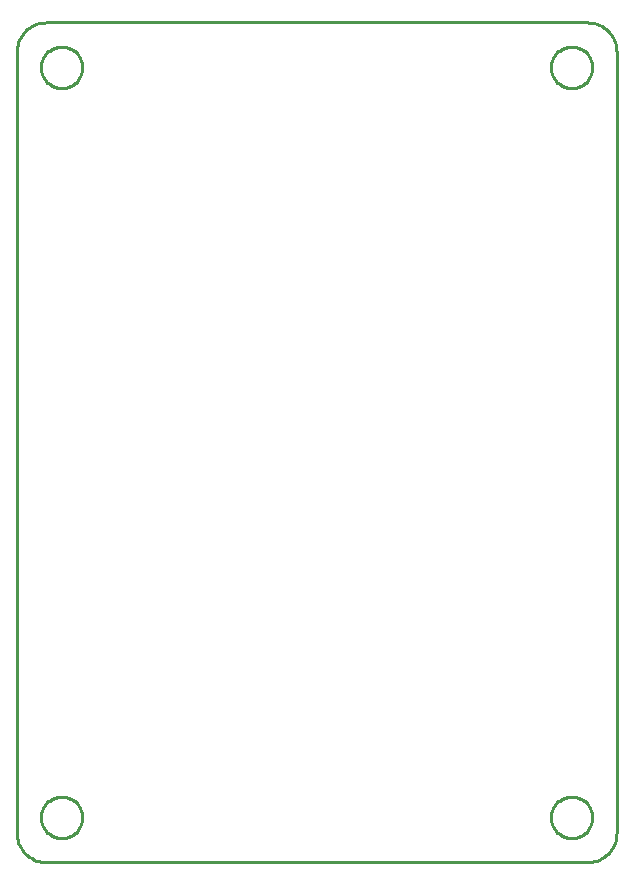
<source format=gbr>
G04 EAGLE Gerber X2 export*
%TF.Part,Single*%
%TF.FileFunction,Profile,NP*%
%TF.FilePolarity,Positive*%
%TF.GenerationSoftware,Autodesk,EAGLE,9.1.1*%
%TF.CreationDate,2018-08-07T15:37:49Z*%
G75*
%MOMM*%
%FSLAX34Y34*%
%LPD*%
%AMOC8*
5,1,8,0,0,1.08239X$1,22.5*%
G01*
%ADD10C,0.254000*%


D10*
X0Y25400D02*
X97Y23186D01*
X386Y20989D01*
X865Y18826D01*
X1532Y16713D01*
X2380Y14666D01*
X3403Y12700D01*
X4594Y10831D01*
X5942Y9073D01*
X7440Y7440D01*
X9073Y5942D01*
X10831Y4594D01*
X12700Y3403D01*
X14666Y2380D01*
X16713Y1532D01*
X18826Y865D01*
X20989Y386D01*
X23186Y97D01*
X25400Y0D01*
X482600Y0D01*
X484814Y97D01*
X487011Y386D01*
X489174Y865D01*
X491287Y1532D01*
X493335Y2380D01*
X495300Y3403D01*
X497169Y4594D01*
X498927Y5942D01*
X500561Y7440D01*
X502058Y9073D01*
X503406Y10831D01*
X504597Y12700D01*
X505620Y14666D01*
X506468Y16713D01*
X507135Y18826D01*
X507614Y20989D01*
X507903Y23186D01*
X508000Y25400D01*
X508000Y685800D01*
X507903Y688014D01*
X507614Y690211D01*
X507135Y692374D01*
X506468Y694487D01*
X505620Y696535D01*
X504597Y698500D01*
X503406Y700369D01*
X502058Y702127D01*
X500561Y703761D01*
X498927Y705258D01*
X497169Y706606D01*
X495300Y707797D01*
X493335Y708820D01*
X491287Y709668D01*
X489174Y710335D01*
X487011Y710814D01*
X484814Y711103D01*
X482600Y711200D01*
X25400Y711200D01*
X23186Y711103D01*
X20989Y710814D01*
X18826Y710335D01*
X16713Y709668D01*
X14666Y708820D01*
X12700Y707797D01*
X10831Y706606D01*
X9073Y705258D01*
X7440Y703761D01*
X5942Y702127D01*
X4594Y700369D01*
X3403Y698500D01*
X2380Y696535D01*
X1532Y694487D01*
X865Y692374D01*
X386Y690211D01*
X97Y688014D01*
X0Y685800D01*
X0Y25400D01*
X55626Y672526D02*
X55551Y671381D01*
X55401Y670244D01*
X55177Y669118D01*
X54880Y668010D01*
X54511Y666923D01*
X54072Y665863D01*
X53565Y664834D01*
X52991Y663840D01*
X52354Y662886D01*
X51655Y661976D01*
X50898Y661113D01*
X50087Y660302D01*
X49224Y659545D01*
X48314Y658846D01*
X47360Y658209D01*
X46366Y657635D01*
X45337Y657128D01*
X44277Y656689D01*
X43190Y656320D01*
X42082Y656023D01*
X40956Y655799D01*
X39819Y655649D01*
X38674Y655574D01*
X37526Y655574D01*
X36381Y655649D01*
X35244Y655799D01*
X34118Y656023D01*
X33010Y656320D01*
X31923Y656689D01*
X30863Y657128D01*
X29834Y657635D01*
X28840Y658209D01*
X27886Y658846D01*
X26976Y659545D01*
X26113Y660302D01*
X25302Y661113D01*
X24545Y661976D01*
X23846Y662886D01*
X23209Y663840D01*
X22635Y664834D01*
X22128Y665863D01*
X21689Y666923D01*
X21320Y668010D01*
X21023Y669118D01*
X20799Y670244D01*
X20649Y671381D01*
X20574Y672526D01*
X20574Y673674D01*
X20649Y674819D01*
X20799Y675956D01*
X21023Y677082D01*
X21320Y678190D01*
X21689Y679277D01*
X22128Y680337D01*
X22635Y681366D01*
X23209Y682360D01*
X23846Y683314D01*
X24545Y684224D01*
X25302Y685087D01*
X26113Y685898D01*
X26976Y686655D01*
X27886Y687354D01*
X28840Y687991D01*
X29834Y688565D01*
X30863Y689072D01*
X31923Y689511D01*
X33010Y689880D01*
X34118Y690177D01*
X35244Y690401D01*
X36381Y690551D01*
X37526Y690626D01*
X38674Y690626D01*
X39819Y690551D01*
X40956Y690401D01*
X42082Y690177D01*
X43190Y689880D01*
X44277Y689511D01*
X45337Y689072D01*
X46366Y688565D01*
X47360Y687991D01*
X48314Y687354D01*
X49224Y686655D01*
X50087Y685898D01*
X50898Y685087D01*
X51655Y684224D01*
X52354Y683314D01*
X52991Y682360D01*
X53565Y681366D01*
X54072Y680337D01*
X54511Y679277D01*
X54880Y678190D01*
X55177Y677082D01*
X55401Y675956D01*
X55551Y674819D01*
X55626Y673674D01*
X55626Y672526D01*
X487426Y672526D02*
X487351Y671381D01*
X487201Y670244D01*
X486977Y669118D01*
X486680Y668010D01*
X486311Y666923D01*
X485872Y665863D01*
X485365Y664834D01*
X484791Y663840D01*
X484154Y662886D01*
X483455Y661976D01*
X482698Y661113D01*
X481887Y660302D01*
X481024Y659545D01*
X480114Y658846D01*
X479160Y658209D01*
X478166Y657635D01*
X477137Y657128D01*
X476077Y656689D01*
X474990Y656320D01*
X473882Y656023D01*
X472756Y655799D01*
X471619Y655649D01*
X470474Y655574D01*
X469326Y655574D01*
X468181Y655649D01*
X467044Y655799D01*
X465918Y656023D01*
X464810Y656320D01*
X463723Y656689D01*
X462663Y657128D01*
X461634Y657635D01*
X460640Y658209D01*
X459686Y658846D01*
X458776Y659545D01*
X457913Y660302D01*
X457102Y661113D01*
X456345Y661976D01*
X455646Y662886D01*
X455009Y663840D01*
X454435Y664834D01*
X453928Y665863D01*
X453489Y666923D01*
X453120Y668010D01*
X452823Y669118D01*
X452599Y670244D01*
X452449Y671381D01*
X452374Y672526D01*
X452374Y673674D01*
X452449Y674819D01*
X452599Y675956D01*
X452823Y677082D01*
X453120Y678190D01*
X453489Y679277D01*
X453928Y680337D01*
X454435Y681366D01*
X455009Y682360D01*
X455646Y683314D01*
X456345Y684224D01*
X457102Y685087D01*
X457913Y685898D01*
X458776Y686655D01*
X459686Y687354D01*
X460640Y687991D01*
X461634Y688565D01*
X462663Y689072D01*
X463723Y689511D01*
X464810Y689880D01*
X465918Y690177D01*
X467044Y690401D01*
X468181Y690551D01*
X469326Y690626D01*
X470474Y690626D01*
X471619Y690551D01*
X472756Y690401D01*
X473882Y690177D01*
X474990Y689880D01*
X476077Y689511D01*
X477137Y689072D01*
X478166Y688565D01*
X479160Y687991D01*
X480114Y687354D01*
X481024Y686655D01*
X481887Y685898D01*
X482698Y685087D01*
X483455Y684224D01*
X484154Y683314D01*
X484791Y682360D01*
X485365Y681366D01*
X485872Y680337D01*
X486311Y679277D01*
X486680Y678190D01*
X486977Y677082D01*
X487201Y675956D01*
X487351Y674819D01*
X487426Y673674D01*
X487426Y672526D01*
X55626Y37526D02*
X55551Y36381D01*
X55401Y35244D01*
X55177Y34118D01*
X54880Y33010D01*
X54511Y31923D01*
X54072Y30863D01*
X53565Y29834D01*
X52991Y28840D01*
X52354Y27886D01*
X51655Y26976D01*
X50898Y26113D01*
X50087Y25302D01*
X49224Y24545D01*
X48314Y23846D01*
X47360Y23209D01*
X46366Y22635D01*
X45337Y22128D01*
X44277Y21689D01*
X43190Y21320D01*
X42082Y21023D01*
X40956Y20799D01*
X39819Y20649D01*
X38674Y20574D01*
X37526Y20574D01*
X36381Y20649D01*
X35244Y20799D01*
X34118Y21023D01*
X33010Y21320D01*
X31923Y21689D01*
X30863Y22128D01*
X29834Y22635D01*
X28840Y23209D01*
X27886Y23846D01*
X26976Y24545D01*
X26113Y25302D01*
X25302Y26113D01*
X24545Y26976D01*
X23846Y27886D01*
X23209Y28840D01*
X22635Y29834D01*
X22128Y30863D01*
X21689Y31923D01*
X21320Y33010D01*
X21023Y34118D01*
X20799Y35244D01*
X20649Y36381D01*
X20574Y37526D01*
X20574Y38674D01*
X20649Y39819D01*
X20799Y40956D01*
X21023Y42082D01*
X21320Y43190D01*
X21689Y44277D01*
X22128Y45337D01*
X22635Y46366D01*
X23209Y47360D01*
X23846Y48314D01*
X24545Y49224D01*
X25302Y50087D01*
X26113Y50898D01*
X26976Y51655D01*
X27886Y52354D01*
X28840Y52991D01*
X29834Y53565D01*
X30863Y54072D01*
X31923Y54511D01*
X33010Y54880D01*
X34118Y55177D01*
X35244Y55401D01*
X36381Y55551D01*
X37526Y55626D01*
X38674Y55626D01*
X39819Y55551D01*
X40956Y55401D01*
X42082Y55177D01*
X43190Y54880D01*
X44277Y54511D01*
X45337Y54072D01*
X46366Y53565D01*
X47360Y52991D01*
X48314Y52354D01*
X49224Y51655D01*
X50087Y50898D01*
X50898Y50087D01*
X51655Y49224D01*
X52354Y48314D01*
X52991Y47360D01*
X53565Y46366D01*
X54072Y45337D01*
X54511Y44277D01*
X54880Y43190D01*
X55177Y42082D01*
X55401Y40956D01*
X55551Y39819D01*
X55626Y38674D01*
X55626Y37526D01*
X487426Y37526D02*
X487351Y36381D01*
X487201Y35244D01*
X486977Y34118D01*
X486680Y33010D01*
X486311Y31923D01*
X485872Y30863D01*
X485365Y29834D01*
X484791Y28840D01*
X484154Y27886D01*
X483455Y26976D01*
X482698Y26113D01*
X481887Y25302D01*
X481024Y24545D01*
X480114Y23846D01*
X479160Y23209D01*
X478166Y22635D01*
X477137Y22128D01*
X476077Y21689D01*
X474990Y21320D01*
X473882Y21023D01*
X472756Y20799D01*
X471619Y20649D01*
X470474Y20574D01*
X469326Y20574D01*
X468181Y20649D01*
X467044Y20799D01*
X465918Y21023D01*
X464810Y21320D01*
X463723Y21689D01*
X462663Y22128D01*
X461634Y22635D01*
X460640Y23209D01*
X459686Y23846D01*
X458776Y24545D01*
X457913Y25302D01*
X457102Y26113D01*
X456345Y26976D01*
X455646Y27886D01*
X455009Y28840D01*
X454435Y29834D01*
X453928Y30863D01*
X453489Y31923D01*
X453120Y33010D01*
X452823Y34118D01*
X452599Y35244D01*
X452449Y36381D01*
X452374Y37526D01*
X452374Y38674D01*
X452449Y39819D01*
X452599Y40956D01*
X452823Y42082D01*
X453120Y43190D01*
X453489Y44277D01*
X453928Y45337D01*
X454435Y46366D01*
X455009Y47360D01*
X455646Y48314D01*
X456345Y49224D01*
X457102Y50087D01*
X457913Y50898D01*
X458776Y51655D01*
X459686Y52354D01*
X460640Y52991D01*
X461634Y53565D01*
X462663Y54072D01*
X463723Y54511D01*
X464810Y54880D01*
X465918Y55177D01*
X467044Y55401D01*
X468181Y55551D01*
X469326Y55626D01*
X470474Y55626D01*
X471619Y55551D01*
X472756Y55401D01*
X473882Y55177D01*
X474990Y54880D01*
X476077Y54511D01*
X477137Y54072D01*
X478166Y53565D01*
X479160Y52991D01*
X480114Y52354D01*
X481024Y51655D01*
X481887Y50898D01*
X482698Y50087D01*
X483455Y49224D01*
X484154Y48314D01*
X484791Y47360D01*
X485365Y46366D01*
X485872Y45337D01*
X486311Y44277D01*
X486680Y43190D01*
X486977Y42082D01*
X487201Y40956D01*
X487351Y39819D01*
X487426Y38674D01*
X487426Y37526D01*
M02*

</source>
